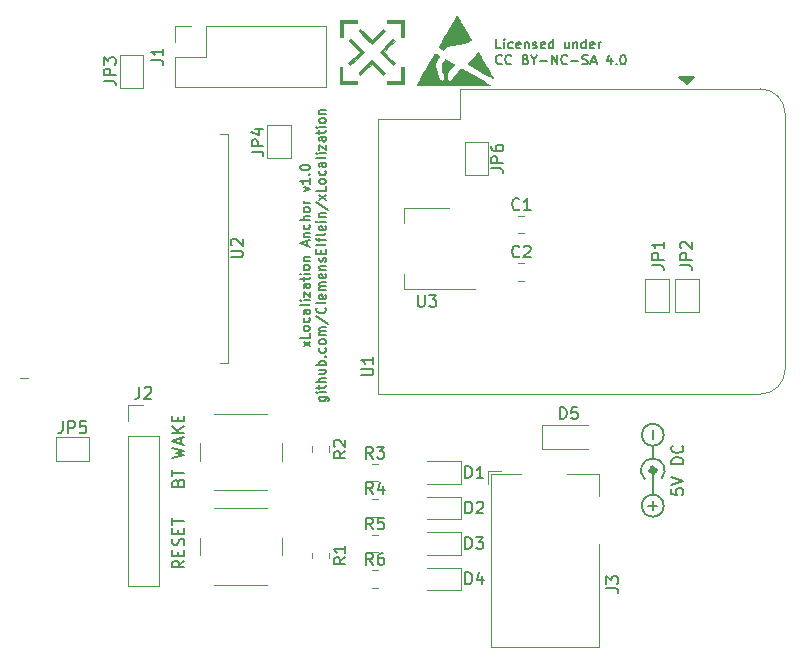
<source format=gbr>
%TF.GenerationSoftware,KiCad,Pcbnew,(5.1.10)-1*%
%TF.CreationDate,2021-11-06T01:00:33+01:00*%
%TF.ProjectId,xlAnchor,786c416e-6368-46f7-922e-6b696361645f,rev?*%
%TF.SameCoordinates,Original*%
%TF.FileFunction,Legend,Top*%
%TF.FilePolarity,Positive*%
%FSLAX46Y46*%
G04 Gerber Fmt 4.6, Leading zero omitted, Abs format (unit mm)*
G04 Created by KiCad (PCBNEW (5.1.10)-1) date 2021-11-06 01:00:33*
%MOMM*%
%LPD*%
G01*
G04 APERTURE LIST*
%ADD10C,0.150000*%
%ADD11C,0.010000*%
%ADD12C,0.500000*%
%ADD13C,0.120000*%
G04 APERTURE END LIST*
D10*
X140268928Y-19086904D02*
X139887976Y-19086904D01*
X139887976Y-18286904D01*
X140535595Y-19086904D02*
X140535595Y-18553571D01*
X140535595Y-18286904D02*
X140497500Y-18325000D01*
X140535595Y-18363095D01*
X140573690Y-18325000D01*
X140535595Y-18286904D01*
X140535595Y-18363095D01*
X141259404Y-19048809D02*
X141183214Y-19086904D01*
X141030833Y-19086904D01*
X140954642Y-19048809D01*
X140916547Y-19010714D01*
X140878452Y-18934523D01*
X140878452Y-18705952D01*
X140916547Y-18629761D01*
X140954642Y-18591666D01*
X141030833Y-18553571D01*
X141183214Y-18553571D01*
X141259404Y-18591666D01*
X141907023Y-19048809D02*
X141830833Y-19086904D01*
X141678452Y-19086904D01*
X141602261Y-19048809D01*
X141564166Y-18972619D01*
X141564166Y-18667857D01*
X141602261Y-18591666D01*
X141678452Y-18553571D01*
X141830833Y-18553571D01*
X141907023Y-18591666D01*
X141945119Y-18667857D01*
X141945119Y-18744047D01*
X141564166Y-18820238D01*
X142287976Y-18553571D02*
X142287976Y-19086904D01*
X142287976Y-18629761D02*
X142326071Y-18591666D01*
X142402261Y-18553571D01*
X142516547Y-18553571D01*
X142592738Y-18591666D01*
X142630833Y-18667857D01*
X142630833Y-19086904D01*
X142973690Y-19048809D02*
X143049880Y-19086904D01*
X143202261Y-19086904D01*
X143278452Y-19048809D01*
X143316547Y-18972619D01*
X143316547Y-18934523D01*
X143278452Y-18858333D01*
X143202261Y-18820238D01*
X143087976Y-18820238D01*
X143011785Y-18782142D01*
X142973690Y-18705952D01*
X142973690Y-18667857D01*
X143011785Y-18591666D01*
X143087976Y-18553571D01*
X143202261Y-18553571D01*
X143278452Y-18591666D01*
X143964166Y-19048809D02*
X143887976Y-19086904D01*
X143735595Y-19086904D01*
X143659404Y-19048809D01*
X143621309Y-18972619D01*
X143621309Y-18667857D01*
X143659404Y-18591666D01*
X143735595Y-18553571D01*
X143887976Y-18553571D01*
X143964166Y-18591666D01*
X144002261Y-18667857D01*
X144002261Y-18744047D01*
X143621309Y-18820238D01*
X144687976Y-19086904D02*
X144687976Y-18286904D01*
X144687976Y-19048809D02*
X144611785Y-19086904D01*
X144459404Y-19086904D01*
X144383214Y-19048809D01*
X144345119Y-19010714D01*
X144307023Y-18934523D01*
X144307023Y-18705952D01*
X144345119Y-18629761D01*
X144383214Y-18591666D01*
X144459404Y-18553571D01*
X144611785Y-18553571D01*
X144687976Y-18591666D01*
X146021309Y-18553571D02*
X146021309Y-19086904D01*
X145678452Y-18553571D02*
X145678452Y-18972619D01*
X145716547Y-19048809D01*
X145792738Y-19086904D01*
X145907023Y-19086904D01*
X145983214Y-19048809D01*
X146021309Y-19010714D01*
X146402261Y-18553571D02*
X146402261Y-19086904D01*
X146402261Y-18629761D02*
X146440357Y-18591666D01*
X146516547Y-18553571D01*
X146630833Y-18553571D01*
X146707023Y-18591666D01*
X146745119Y-18667857D01*
X146745119Y-19086904D01*
X147468928Y-19086904D02*
X147468928Y-18286904D01*
X147468928Y-19048809D02*
X147392738Y-19086904D01*
X147240357Y-19086904D01*
X147164166Y-19048809D01*
X147126071Y-19010714D01*
X147087976Y-18934523D01*
X147087976Y-18705952D01*
X147126071Y-18629761D01*
X147164166Y-18591666D01*
X147240357Y-18553571D01*
X147392738Y-18553571D01*
X147468928Y-18591666D01*
X148154642Y-19048809D02*
X148078452Y-19086904D01*
X147926071Y-19086904D01*
X147849880Y-19048809D01*
X147811785Y-18972619D01*
X147811785Y-18667857D01*
X147849880Y-18591666D01*
X147926071Y-18553571D01*
X148078452Y-18553571D01*
X148154642Y-18591666D01*
X148192738Y-18667857D01*
X148192738Y-18744047D01*
X147811785Y-18820238D01*
X148535595Y-19086904D02*
X148535595Y-18553571D01*
X148535595Y-18705952D02*
X148573690Y-18629761D01*
X148611785Y-18591666D01*
X148687976Y-18553571D01*
X148764166Y-18553571D01*
X140345119Y-20360714D02*
X140307023Y-20398809D01*
X140192738Y-20436904D01*
X140116547Y-20436904D01*
X140002261Y-20398809D01*
X139926071Y-20322619D01*
X139887976Y-20246428D01*
X139849880Y-20094047D01*
X139849880Y-19979761D01*
X139887976Y-19827380D01*
X139926071Y-19751190D01*
X140002261Y-19675000D01*
X140116547Y-19636904D01*
X140192738Y-19636904D01*
X140307023Y-19675000D01*
X140345119Y-19713095D01*
X141145119Y-20360714D02*
X141107023Y-20398809D01*
X140992738Y-20436904D01*
X140916547Y-20436904D01*
X140802261Y-20398809D01*
X140726071Y-20322619D01*
X140687976Y-20246428D01*
X140649880Y-20094047D01*
X140649880Y-19979761D01*
X140687976Y-19827380D01*
X140726071Y-19751190D01*
X140802261Y-19675000D01*
X140916547Y-19636904D01*
X140992738Y-19636904D01*
X141107023Y-19675000D01*
X141145119Y-19713095D01*
X142364166Y-20017857D02*
X142478452Y-20055952D01*
X142516547Y-20094047D01*
X142554642Y-20170238D01*
X142554642Y-20284523D01*
X142516547Y-20360714D01*
X142478452Y-20398809D01*
X142402261Y-20436904D01*
X142097500Y-20436904D01*
X142097500Y-19636904D01*
X142364166Y-19636904D01*
X142440357Y-19675000D01*
X142478452Y-19713095D01*
X142516547Y-19789285D01*
X142516547Y-19865476D01*
X142478452Y-19941666D01*
X142440357Y-19979761D01*
X142364166Y-20017857D01*
X142097500Y-20017857D01*
X143049880Y-20055952D02*
X143049880Y-20436904D01*
X142783214Y-19636904D02*
X143049880Y-20055952D01*
X143316547Y-19636904D01*
X143583214Y-20132142D02*
X144192738Y-20132142D01*
X144573690Y-20436904D02*
X144573690Y-19636904D01*
X145030833Y-20436904D01*
X145030833Y-19636904D01*
X145868928Y-20360714D02*
X145830833Y-20398809D01*
X145716547Y-20436904D01*
X145640357Y-20436904D01*
X145526071Y-20398809D01*
X145449880Y-20322619D01*
X145411785Y-20246428D01*
X145373690Y-20094047D01*
X145373690Y-19979761D01*
X145411785Y-19827380D01*
X145449880Y-19751190D01*
X145526071Y-19675000D01*
X145640357Y-19636904D01*
X145716547Y-19636904D01*
X145830833Y-19675000D01*
X145868928Y-19713095D01*
X146211785Y-20132142D02*
X146821309Y-20132142D01*
X147164166Y-20398809D02*
X147278452Y-20436904D01*
X147468928Y-20436904D01*
X147545119Y-20398809D01*
X147583214Y-20360714D01*
X147621309Y-20284523D01*
X147621309Y-20208333D01*
X147583214Y-20132142D01*
X147545119Y-20094047D01*
X147468928Y-20055952D01*
X147316547Y-20017857D01*
X147240357Y-19979761D01*
X147202261Y-19941666D01*
X147164166Y-19865476D01*
X147164166Y-19789285D01*
X147202261Y-19713095D01*
X147240357Y-19675000D01*
X147316547Y-19636904D01*
X147507023Y-19636904D01*
X147621309Y-19675000D01*
X147926071Y-20208333D02*
X148307023Y-20208333D01*
X147849880Y-20436904D02*
X148116547Y-19636904D01*
X148383214Y-20436904D01*
X149602261Y-19903571D02*
X149602261Y-20436904D01*
X149411785Y-19598809D02*
X149221309Y-20170238D01*
X149716547Y-20170238D01*
X150021309Y-20360714D02*
X150059404Y-20398809D01*
X150021309Y-20436904D01*
X149983214Y-20398809D01*
X150021309Y-20360714D01*
X150021309Y-20436904D01*
X150554642Y-19636904D02*
X150630833Y-19636904D01*
X150707023Y-19675000D01*
X150745119Y-19713095D01*
X150783214Y-19789285D01*
X150821309Y-19941666D01*
X150821309Y-20132142D01*
X150783214Y-20284523D01*
X150745119Y-20360714D01*
X150707023Y-20398809D01*
X150630833Y-20436904D01*
X150554642Y-20436904D01*
X150478452Y-20398809D01*
X150440357Y-20360714D01*
X150402261Y-20284523D01*
X150364166Y-20132142D01*
X150364166Y-19941666D01*
X150402261Y-19789285D01*
X150440357Y-19713095D01*
X150478452Y-19675000D01*
X150554642Y-19636904D01*
X124086904Y-44314285D02*
X123553571Y-43895238D01*
X123553571Y-44314285D02*
X124086904Y-43895238D01*
X124086904Y-43209523D02*
X124086904Y-43590476D01*
X123286904Y-43590476D01*
X124086904Y-42828571D02*
X124048809Y-42904761D01*
X124010714Y-42942857D01*
X123934523Y-42980952D01*
X123705952Y-42980952D01*
X123629761Y-42942857D01*
X123591666Y-42904761D01*
X123553571Y-42828571D01*
X123553571Y-42714285D01*
X123591666Y-42638095D01*
X123629761Y-42600000D01*
X123705952Y-42561904D01*
X123934523Y-42561904D01*
X124010714Y-42600000D01*
X124048809Y-42638095D01*
X124086904Y-42714285D01*
X124086904Y-42828571D01*
X124048809Y-41876190D02*
X124086904Y-41952380D01*
X124086904Y-42104761D01*
X124048809Y-42180952D01*
X124010714Y-42219047D01*
X123934523Y-42257142D01*
X123705952Y-42257142D01*
X123629761Y-42219047D01*
X123591666Y-42180952D01*
X123553571Y-42104761D01*
X123553571Y-41952380D01*
X123591666Y-41876190D01*
X124086904Y-41190476D02*
X123667857Y-41190476D01*
X123591666Y-41228571D01*
X123553571Y-41304761D01*
X123553571Y-41457142D01*
X123591666Y-41533333D01*
X124048809Y-41190476D02*
X124086904Y-41266666D01*
X124086904Y-41457142D01*
X124048809Y-41533333D01*
X123972619Y-41571428D01*
X123896428Y-41571428D01*
X123820238Y-41533333D01*
X123782142Y-41457142D01*
X123782142Y-41266666D01*
X123744047Y-41190476D01*
X124086904Y-40695238D02*
X124048809Y-40771428D01*
X123972619Y-40809523D01*
X123286904Y-40809523D01*
X124086904Y-40390476D02*
X123553571Y-40390476D01*
X123286904Y-40390476D02*
X123325000Y-40428571D01*
X123363095Y-40390476D01*
X123325000Y-40352380D01*
X123286904Y-40390476D01*
X123363095Y-40390476D01*
X123553571Y-40085714D02*
X123553571Y-39666666D01*
X124086904Y-40085714D01*
X124086904Y-39666666D01*
X124086904Y-39019047D02*
X123667857Y-39019047D01*
X123591666Y-39057142D01*
X123553571Y-39133333D01*
X123553571Y-39285714D01*
X123591666Y-39361904D01*
X124048809Y-39019047D02*
X124086904Y-39095238D01*
X124086904Y-39285714D01*
X124048809Y-39361904D01*
X123972619Y-39400000D01*
X123896428Y-39400000D01*
X123820238Y-39361904D01*
X123782142Y-39285714D01*
X123782142Y-39095238D01*
X123744047Y-39019047D01*
X123553571Y-38752380D02*
X123553571Y-38447619D01*
X123286904Y-38638095D02*
X123972619Y-38638095D01*
X124048809Y-38600000D01*
X124086904Y-38523809D01*
X124086904Y-38447619D01*
X124086904Y-38180952D02*
X123553571Y-38180952D01*
X123286904Y-38180952D02*
X123325000Y-38219047D01*
X123363095Y-38180952D01*
X123325000Y-38142857D01*
X123286904Y-38180952D01*
X123363095Y-38180952D01*
X124086904Y-37685714D02*
X124048809Y-37761904D01*
X124010714Y-37800000D01*
X123934523Y-37838095D01*
X123705952Y-37838095D01*
X123629761Y-37800000D01*
X123591666Y-37761904D01*
X123553571Y-37685714D01*
X123553571Y-37571428D01*
X123591666Y-37495238D01*
X123629761Y-37457142D01*
X123705952Y-37419047D01*
X123934523Y-37419047D01*
X124010714Y-37457142D01*
X124048809Y-37495238D01*
X124086904Y-37571428D01*
X124086904Y-37685714D01*
X123553571Y-37076190D02*
X124086904Y-37076190D01*
X123629761Y-37076190D02*
X123591666Y-37038095D01*
X123553571Y-36961904D01*
X123553571Y-36847619D01*
X123591666Y-36771428D01*
X123667857Y-36733333D01*
X124086904Y-36733333D01*
X123858333Y-35780952D02*
X123858333Y-35400000D01*
X124086904Y-35857142D02*
X123286904Y-35590476D01*
X124086904Y-35323809D01*
X123553571Y-35057142D02*
X124086904Y-35057142D01*
X123629761Y-35057142D02*
X123591666Y-35019047D01*
X123553571Y-34942857D01*
X123553571Y-34828571D01*
X123591666Y-34752380D01*
X123667857Y-34714285D01*
X124086904Y-34714285D01*
X124048809Y-33990476D02*
X124086904Y-34066666D01*
X124086904Y-34219047D01*
X124048809Y-34295238D01*
X124010714Y-34333333D01*
X123934523Y-34371428D01*
X123705952Y-34371428D01*
X123629761Y-34333333D01*
X123591666Y-34295238D01*
X123553571Y-34219047D01*
X123553571Y-34066666D01*
X123591666Y-33990476D01*
X124086904Y-33647619D02*
X123286904Y-33647619D01*
X124086904Y-33304761D02*
X123667857Y-33304761D01*
X123591666Y-33342857D01*
X123553571Y-33419047D01*
X123553571Y-33533333D01*
X123591666Y-33609523D01*
X123629761Y-33647619D01*
X124086904Y-32809523D02*
X124048809Y-32885714D01*
X124010714Y-32923809D01*
X123934523Y-32961904D01*
X123705952Y-32961904D01*
X123629761Y-32923809D01*
X123591666Y-32885714D01*
X123553571Y-32809523D01*
X123553571Y-32695238D01*
X123591666Y-32619047D01*
X123629761Y-32580952D01*
X123705952Y-32542857D01*
X123934523Y-32542857D01*
X124010714Y-32580952D01*
X124048809Y-32619047D01*
X124086904Y-32695238D01*
X124086904Y-32809523D01*
X124086904Y-32200000D02*
X123553571Y-32200000D01*
X123705952Y-32200000D02*
X123629761Y-32161904D01*
X123591666Y-32123809D01*
X123553571Y-32047619D01*
X123553571Y-31971428D01*
X123553571Y-31171428D02*
X124086904Y-30980952D01*
X123553571Y-30790476D01*
X124086904Y-30066666D02*
X124086904Y-30523809D01*
X124086904Y-30295238D02*
X123286904Y-30295238D01*
X123401190Y-30371428D01*
X123477380Y-30447619D01*
X123515476Y-30523809D01*
X124010714Y-29723809D02*
X124048809Y-29685714D01*
X124086904Y-29723809D01*
X124048809Y-29761904D01*
X124010714Y-29723809D01*
X124086904Y-29723809D01*
X123286904Y-29190476D02*
X123286904Y-29114285D01*
X123325000Y-29038095D01*
X123363095Y-29000000D01*
X123439285Y-28961904D01*
X123591666Y-28923809D01*
X123782142Y-28923809D01*
X123934523Y-28961904D01*
X124010714Y-29000000D01*
X124048809Y-29038095D01*
X124086904Y-29114285D01*
X124086904Y-29190476D01*
X124048809Y-29266666D01*
X124010714Y-29304761D01*
X123934523Y-29342857D01*
X123782142Y-29380952D01*
X123591666Y-29380952D01*
X123439285Y-29342857D01*
X123363095Y-29304761D01*
X123325000Y-29266666D01*
X123286904Y-29190476D01*
X124903571Y-48561904D02*
X125551190Y-48561904D01*
X125627380Y-48600000D01*
X125665476Y-48638095D01*
X125703571Y-48714285D01*
X125703571Y-48828571D01*
X125665476Y-48904761D01*
X125398809Y-48561904D02*
X125436904Y-48638095D01*
X125436904Y-48790476D01*
X125398809Y-48866666D01*
X125360714Y-48904761D01*
X125284523Y-48942857D01*
X125055952Y-48942857D01*
X124979761Y-48904761D01*
X124941666Y-48866666D01*
X124903571Y-48790476D01*
X124903571Y-48638095D01*
X124941666Y-48561904D01*
X125436904Y-48180952D02*
X124903571Y-48180952D01*
X124636904Y-48180952D02*
X124675000Y-48219047D01*
X124713095Y-48180952D01*
X124675000Y-48142857D01*
X124636904Y-48180952D01*
X124713095Y-48180952D01*
X124903571Y-47914285D02*
X124903571Y-47609523D01*
X124636904Y-47800000D02*
X125322619Y-47800000D01*
X125398809Y-47761904D01*
X125436904Y-47685714D01*
X125436904Y-47609523D01*
X125436904Y-47342857D02*
X124636904Y-47342857D01*
X125436904Y-47000000D02*
X125017857Y-47000000D01*
X124941666Y-47038095D01*
X124903571Y-47114285D01*
X124903571Y-47228571D01*
X124941666Y-47304761D01*
X124979761Y-47342857D01*
X124903571Y-46276190D02*
X125436904Y-46276190D01*
X124903571Y-46619047D02*
X125322619Y-46619047D01*
X125398809Y-46580952D01*
X125436904Y-46504761D01*
X125436904Y-46390476D01*
X125398809Y-46314285D01*
X125360714Y-46276190D01*
X125436904Y-45895238D02*
X124636904Y-45895238D01*
X124941666Y-45895238D02*
X124903571Y-45819047D01*
X124903571Y-45666666D01*
X124941666Y-45590476D01*
X124979761Y-45552380D01*
X125055952Y-45514285D01*
X125284523Y-45514285D01*
X125360714Y-45552380D01*
X125398809Y-45590476D01*
X125436904Y-45666666D01*
X125436904Y-45819047D01*
X125398809Y-45895238D01*
X125360714Y-45171428D02*
X125398809Y-45133333D01*
X125436904Y-45171428D01*
X125398809Y-45209523D01*
X125360714Y-45171428D01*
X125436904Y-45171428D01*
X125398809Y-44447619D02*
X125436904Y-44523809D01*
X125436904Y-44676190D01*
X125398809Y-44752380D01*
X125360714Y-44790476D01*
X125284523Y-44828571D01*
X125055952Y-44828571D01*
X124979761Y-44790476D01*
X124941666Y-44752380D01*
X124903571Y-44676190D01*
X124903571Y-44523809D01*
X124941666Y-44447619D01*
X125436904Y-43990476D02*
X125398809Y-44066666D01*
X125360714Y-44104761D01*
X125284523Y-44142857D01*
X125055952Y-44142857D01*
X124979761Y-44104761D01*
X124941666Y-44066666D01*
X124903571Y-43990476D01*
X124903571Y-43876190D01*
X124941666Y-43800000D01*
X124979761Y-43761904D01*
X125055952Y-43723809D01*
X125284523Y-43723809D01*
X125360714Y-43761904D01*
X125398809Y-43800000D01*
X125436904Y-43876190D01*
X125436904Y-43990476D01*
X125436904Y-43380952D02*
X124903571Y-43380952D01*
X124979761Y-43380952D02*
X124941666Y-43342857D01*
X124903571Y-43266666D01*
X124903571Y-43152380D01*
X124941666Y-43076190D01*
X125017857Y-43038095D01*
X125436904Y-43038095D01*
X125017857Y-43038095D02*
X124941666Y-43000000D01*
X124903571Y-42923809D01*
X124903571Y-42809523D01*
X124941666Y-42733333D01*
X125017857Y-42695238D01*
X125436904Y-42695238D01*
X124598809Y-41742857D02*
X125627380Y-42428571D01*
X125360714Y-41019047D02*
X125398809Y-41057142D01*
X125436904Y-41171428D01*
X125436904Y-41247619D01*
X125398809Y-41361904D01*
X125322619Y-41438095D01*
X125246428Y-41476190D01*
X125094047Y-41514285D01*
X124979761Y-41514285D01*
X124827380Y-41476190D01*
X124751190Y-41438095D01*
X124675000Y-41361904D01*
X124636904Y-41247619D01*
X124636904Y-41171428D01*
X124675000Y-41057142D01*
X124713095Y-41019047D01*
X125436904Y-40561904D02*
X125398809Y-40638095D01*
X125322619Y-40676190D01*
X124636904Y-40676190D01*
X125398809Y-39952380D02*
X125436904Y-40028571D01*
X125436904Y-40180952D01*
X125398809Y-40257142D01*
X125322619Y-40295238D01*
X125017857Y-40295238D01*
X124941666Y-40257142D01*
X124903571Y-40180952D01*
X124903571Y-40028571D01*
X124941666Y-39952380D01*
X125017857Y-39914285D01*
X125094047Y-39914285D01*
X125170238Y-40295238D01*
X125436904Y-39571428D02*
X124903571Y-39571428D01*
X124979761Y-39571428D02*
X124941666Y-39533333D01*
X124903571Y-39457142D01*
X124903571Y-39342857D01*
X124941666Y-39266666D01*
X125017857Y-39228571D01*
X125436904Y-39228571D01*
X125017857Y-39228571D02*
X124941666Y-39190476D01*
X124903571Y-39114285D01*
X124903571Y-39000000D01*
X124941666Y-38923809D01*
X125017857Y-38885714D01*
X125436904Y-38885714D01*
X125398809Y-38200000D02*
X125436904Y-38276190D01*
X125436904Y-38428571D01*
X125398809Y-38504761D01*
X125322619Y-38542857D01*
X125017857Y-38542857D01*
X124941666Y-38504761D01*
X124903571Y-38428571D01*
X124903571Y-38276190D01*
X124941666Y-38200000D01*
X125017857Y-38161904D01*
X125094047Y-38161904D01*
X125170238Y-38542857D01*
X124903571Y-37819047D02*
X125436904Y-37819047D01*
X124979761Y-37819047D02*
X124941666Y-37780952D01*
X124903571Y-37704761D01*
X124903571Y-37590476D01*
X124941666Y-37514285D01*
X125017857Y-37476190D01*
X125436904Y-37476190D01*
X125398809Y-37133333D02*
X125436904Y-37057142D01*
X125436904Y-36904761D01*
X125398809Y-36828571D01*
X125322619Y-36790476D01*
X125284523Y-36790476D01*
X125208333Y-36828571D01*
X125170238Y-36904761D01*
X125170238Y-37019047D01*
X125132142Y-37095238D01*
X125055952Y-37133333D01*
X125017857Y-37133333D01*
X124941666Y-37095238D01*
X124903571Y-37019047D01*
X124903571Y-36904761D01*
X124941666Y-36828571D01*
X125017857Y-36447619D02*
X125017857Y-36180952D01*
X125436904Y-36066666D02*
X125436904Y-36447619D01*
X124636904Y-36447619D01*
X124636904Y-36066666D01*
X125436904Y-35609523D02*
X125398809Y-35685714D01*
X125322619Y-35723809D01*
X124636904Y-35723809D01*
X124903571Y-35419047D02*
X124903571Y-35114285D01*
X125436904Y-35304761D02*
X124751190Y-35304761D01*
X124675000Y-35266666D01*
X124636904Y-35190476D01*
X124636904Y-35114285D01*
X125436904Y-34733333D02*
X125398809Y-34809523D01*
X125322619Y-34847619D01*
X124636904Y-34847619D01*
X125398809Y-34123809D02*
X125436904Y-34200000D01*
X125436904Y-34352380D01*
X125398809Y-34428571D01*
X125322619Y-34466666D01*
X125017857Y-34466666D01*
X124941666Y-34428571D01*
X124903571Y-34352380D01*
X124903571Y-34200000D01*
X124941666Y-34123809D01*
X125017857Y-34085714D01*
X125094047Y-34085714D01*
X125170238Y-34466666D01*
X125436904Y-33742857D02*
X124903571Y-33742857D01*
X124636904Y-33742857D02*
X124675000Y-33780952D01*
X124713095Y-33742857D01*
X124675000Y-33704761D01*
X124636904Y-33742857D01*
X124713095Y-33742857D01*
X124903571Y-33361904D02*
X125436904Y-33361904D01*
X124979761Y-33361904D02*
X124941666Y-33323809D01*
X124903571Y-33247619D01*
X124903571Y-33133333D01*
X124941666Y-33057142D01*
X125017857Y-33019047D01*
X125436904Y-33019047D01*
X124598809Y-32066666D02*
X125627380Y-32752380D01*
X125436904Y-31876190D02*
X124903571Y-31457142D01*
X124903571Y-31876190D02*
X125436904Y-31457142D01*
X125436904Y-30771428D02*
X125436904Y-31152380D01*
X124636904Y-31152380D01*
X125436904Y-30390476D02*
X125398809Y-30466666D01*
X125360714Y-30504761D01*
X125284523Y-30542857D01*
X125055952Y-30542857D01*
X124979761Y-30504761D01*
X124941666Y-30466666D01*
X124903571Y-30390476D01*
X124903571Y-30276190D01*
X124941666Y-30200000D01*
X124979761Y-30161904D01*
X125055952Y-30123809D01*
X125284523Y-30123809D01*
X125360714Y-30161904D01*
X125398809Y-30200000D01*
X125436904Y-30276190D01*
X125436904Y-30390476D01*
X125398809Y-29438095D02*
X125436904Y-29514285D01*
X125436904Y-29666666D01*
X125398809Y-29742857D01*
X125360714Y-29780952D01*
X125284523Y-29819047D01*
X125055952Y-29819047D01*
X124979761Y-29780952D01*
X124941666Y-29742857D01*
X124903571Y-29666666D01*
X124903571Y-29514285D01*
X124941666Y-29438095D01*
X125436904Y-28752380D02*
X125017857Y-28752380D01*
X124941666Y-28790476D01*
X124903571Y-28866666D01*
X124903571Y-29019047D01*
X124941666Y-29095238D01*
X125398809Y-28752380D02*
X125436904Y-28828571D01*
X125436904Y-29019047D01*
X125398809Y-29095238D01*
X125322619Y-29133333D01*
X125246428Y-29133333D01*
X125170238Y-29095238D01*
X125132142Y-29019047D01*
X125132142Y-28828571D01*
X125094047Y-28752380D01*
X125436904Y-28257142D02*
X125398809Y-28333333D01*
X125322619Y-28371428D01*
X124636904Y-28371428D01*
X125436904Y-27952380D02*
X124903571Y-27952380D01*
X124636904Y-27952380D02*
X124675000Y-27990476D01*
X124713095Y-27952380D01*
X124675000Y-27914285D01*
X124636904Y-27952380D01*
X124713095Y-27952380D01*
X124903571Y-27647619D02*
X124903571Y-27228571D01*
X125436904Y-27647619D01*
X125436904Y-27228571D01*
X125436904Y-26580952D02*
X125017857Y-26580952D01*
X124941666Y-26619047D01*
X124903571Y-26695238D01*
X124903571Y-26847619D01*
X124941666Y-26923809D01*
X125398809Y-26580952D02*
X125436904Y-26657142D01*
X125436904Y-26847619D01*
X125398809Y-26923809D01*
X125322619Y-26961904D01*
X125246428Y-26961904D01*
X125170238Y-26923809D01*
X125132142Y-26847619D01*
X125132142Y-26657142D01*
X125094047Y-26580952D01*
X124903571Y-26314285D02*
X124903571Y-26009523D01*
X124636904Y-26200000D02*
X125322619Y-26200000D01*
X125398809Y-26161904D01*
X125436904Y-26085714D01*
X125436904Y-26009523D01*
X125436904Y-25742857D02*
X124903571Y-25742857D01*
X124636904Y-25742857D02*
X124675000Y-25780952D01*
X124713095Y-25742857D01*
X124675000Y-25704761D01*
X124636904Y-25742857D01*
X124713095Y-25742857D01*
X125436904Y-25247619D02*
X125398809Y-25323809D01*
X125360714Y-25361904D01*
X125284523Y-25400000D01*
X125055952Y-25400000D01*
X124979761Y-25361904D01*
X124941666Y-25323809D01*
X124903571Y-25247619D01*
X124903571Y-25133333D01*
X124941666Y-25057142D01*
X124979761Y-25019047D01*
X125055952Y-24980952D01*
X125284523Y-24980952D01*
X125360714Y-25019047D01*
X125398809Y-25057142D01*
X125436904Y-25133333D01*
X125436904Y-25247619D01*
X124903571Y-24638095D02*
X125436904Y-24638095D01*
X124979761Y-24638095D02*
X124941666Y-24600000D01*
X124903571Y-24523809D01*
X124903571Y-24409523D01*
X124941666Y-24333333D01*
X125017857Y-24295238D01*
X125436904Y-24295238D01*
X154702380Y-56371428D02*
X154702380Y-56847619D01*
X155178571Y-56895238D01*
X155130952Y-56847619D01*
X155083333Y-56752380D01*
X155083333Y-56514285D01*
X155130952Y-56419047D01*
X155178571Y-56371428D01*
X155273809Y-56323809D01*
X155511904Y-56323809D01*
X155607142Y-56371428D01*
X155654761Y-56419047D01*
X155702380Y-56514285D01*
X155702380Y-56752380D01*
X155654761Y-56847619D01*
X155607142Y-56895238D01*
X154702380Y-56038095D02*
X155702380Y-55704761D01*
X154702380Y-55371428D01*
X155702380Y-54276190D02*
X154702380Y-54276190D01*
X154702380Y-54038095D01*
X154750000Y-53895238D01*
X154845238Y-53800000D01*
X154940476Y-53752380D01*
X155130952Y-53704761D01*
X155273809Y-53704761D01*
X155464285Y-53752380D01*
X155559523Y-53800000D01*
X155654761Y-53895238D01*
X155702380Y-54038095D01*
X155702380Y-54276190D01*
X155607142Y-52704761D02*
X155654761Y-52752380D01*
X155702380Y-52895238D01*
X155702380Y-52990476D01*
X155654761Y-53133333D01*
X155559523Y-53228571D01*
X155464285Y-53276190D01*
X155273809Y-53323809D01*
X155130952Y-53323809D01*
X154940476Y-53276190D01*
X154845238Y-53228571D01*
X154750000Y-53133333D01*
X154702380Y-52990476D01*
X154702380Y-52895238D01*
X154750000Y-52752380D01*
X154797619Y-52704761D01*
X152744047Y-57821428D02*
X153505952Y-57821428D01*
X153125000Y-58202380D02*
X153125000Y-57440476D01*
X153121428Y-52180952D02*
X153121428Y-51419047D01*
X113452380Y-62452380D02*
X112976190Y-62785714D01*
X113452380Y-63023809D02*
X112452380Y-63023809D01*
X112452380Y-62642857D01*
X112500000Y-62547619D01*
X112547619Y-62500000D01*
X112642857Y-62452380D01*
X112785714Y-62452380D01*
X112880952Y-62500000D01*
X112928571Y-62547619D01*
X112976190Y-62642857D01*
X112976190Y-63023809D01*
X112928571Y-62023809D02*
X112928571Y-61690476D01*
X113452380Y-61547619D02*
X113452380Y-62023809D01*
X112452380Y-62023809D01*
X112452380Y-61547619D01*
X113404761Y-61166666D02*
X113452380Y-61023809D01*
X113452380Y-60785714D01*
X113404761Y-60690476D01*
X113357142Y-60642857D01*
X113261904Y-60595238D01*
X113166666Y-60595238D01*
X113071428Y-60642857D01*
X113023809Y-60690476D01*
X112976190Y-60785714D01*
X112928571Y-60976190D01*
X112880952Y-61071428D01*
X112833333Y-61119047D01*
X112738095Y-61166666D01*
X112642857Y-61166666D01*
X112547619Y-61119047D01*
X112500000Y-61071428D01*
X112452380Y-60976190D01*
X112452380Y-60738095D01*
X112500000Y-60595238D01*
X112928571Y-60166666D02*
X112928571Y-59833333D01*
X113452380Y-59690476D02*
X113452380Y-60166666D01*
X112452380Y-60166666D01*
X112452380Y-59690476D01*
X112452380Y-59404761D02*
X112452380Y-58833333D01*
X113452380Y-59119047D02*
X112452380Y-59119047D01*
X112928571Y-55842857D02*
X112976190Y-55700000D01*
X113023809Y-55652380D01*
X113119047Y-55604761D01*
X113261904Y-55604761D01*
X113357142Y-55652380D01*
X113404761Y-55700000D01*
X113452380Y-55795238D01*
X113452380Y-56176190D01*
X112452380Y-56176190D01*
X112452380Y-55842857D01*
X112500000Y-55747619D01*
X112547619Y-55700000D01*
X112642857Y-55652380D01*
X112738095Y-55652380D01*
X112833333Y-55700000D01*
X112880952Y-55747619D01*
X112928571Y-55842857D01*
X112928571Y-56176190D01*
X112452380Y-55319047D02*
X112452380Y-54747619D01*
X113452380Y-55033333D02*
X112452380Y-55033333D01*
X112452380Y-53747619D02*
X113452380Y-53509523D01*
X112738095Y-53319047D01*
X113452380Y-53128571D01*
X112452380Y-52890476D01*
X113166666Y-52557142D02*
X113166666Y-52080952D01*
X113452380Y-52652380D02*
X112452380Y-52319047D01*
X113452380Y-51985714D01*
X113452380Y-51652380D02*
X112452380Y-51652380D01*
X113452380Y-51080952D02*
X112880952Y-51509523D01*
X112452380Y-51080952D02*
X113023809Y-51652380D01*
X112928571Y-50652380D02*
X112928571Y-50319047D01*
X113452380Y-50176190D02*
X113452380Y-50652380D01*
X112452380Y-50652380D01*
X112452380Y-50176190D01*
D11*
%TO.C,REF\u002A\u002A*%
G36*
X136539043Y-16310835D02*
G01*
X136562065Y-16348245D01*
X136597534Y-16407514D01*
X136643996Y-16486118D01*
X136699996Y-16581538D01*
X136764081Y-16691250D01*
X136834796Y-16812734D01*
X136910687Y-16943468D01*
X136990299Y-17080930D01*
X137072178Y-17222598D01*
X137154870Y-17365951D01*
X137236921Y-17508467D01*
X137316876Y-17647624D01*
X137393281Y-17780901D01*
X137464682Y-17905776D01*
X137529624Y-18019727D01*
X137586653Y-18120233D01*
X137634315Y-18204772D01*
X137671155Y-18270822D01*
X137695720Y-18315862D01*
X137706554Y-18337370D01*
X137706951Y-18338714D01*
X137693501Y-18356965D01*
X137656114Y-18384882D01*
X137599235Y-18419725D01*
X137527312Y-18458754D01*
X137452015Y-18495843D01*
X137349560Y-18540817D01*
X137241817Y-18581226D01*
X137125073Y-18617969D01*
X136995618Y-18651942D01*
X136849740Y-18684044D01*
X136683726Y-18715173D01*
X136493866Y-18746227D01*
X136297469Y-18775145D01*
X136126834Y-18800800D01*
X135983545Y-18826198D01*
X135864008Y-18852602D01*
X135764630Y-18881273D01*
X135681818Y-18913473D01*
X135611978Y-18950465D01*
X135551518Y-18993512D01*
X135496845Y-19043875D01*
X135479214Y-19062583D01*
X135441000Y-19106139D01*
X135412732Y-19141682D01*
X135399618Y-19162583D01*
X135399268Y-19164297D01*
X135394680Y-19174806D01*
X135378758Y-19174924D01*
X135348266Y-19163254D01*
X135299968Y-19138396D01*
X135230627Y-19098952D01*
X135182439Y-19070587D01*
X135110583Y-19026247D01*
X135054742Y-18988279D01*
X135018667Y-18959416D01*
X135006113Y-18942388D01*
X135006121Y-18942264D01*
X135013906Y-18926037D01*
X135035892Y-18885400D01*
X135070803Y-18822567D01*
X135117363Y-18739752D01*
X135174295Y-18639172D01*
X135240323Y-18523040D01*
X135314172Y-18393571D01*
X135394564Y-18252980D01*
X135480224Y-18103482D01*
X135569876Y-17947292D01*
X135662243Y-17786624D01*
X135756049Y-17623693D01*
X135850018Y-17460713D01*
X135942874Y-17299900D01*
X136033340Y-17143468D01*
X136120141Y-16993633D01*
X136202000Y-16852608D01*
X136277641Y-16722609D01*
X136345787Y-16605849D01*
X136405163Y-16504545D01*
X136454493Y-16420911D01*
X136492500Y-16357162D01*
X136517907Y-16315511D01*
X136529440Y-16298175D01*
X136529923Y-16297805D01*
X136539043Y-16310835D01*
G37*
X136539043Y-16310835D02*
X136562065Y-16348245D01*
X136597534Y-16407514D01*
X136643996Y-16486118D01*
X136699996Y-16581538D01*
X136764081Y-16691250D01*
X136834796Y-16812734D01*
X136910687Y-16943468D01*
X136990299Y-17080930D01*
X137072178Y-17222598D01*
X137154870Y-17365951D01*
X137236921Y-17508467D01*
X137316876Y-17647624D01*
X137393281Y-17780901D01*
X137464682Y-17905776D01*
X137529624Y-18019727D01*
X137586653Y-18120233D01*
X137634315Y-18204772D01*
X137671155Y-18270822D01*
X137695720Y-18315862D01*
X137706554Y-18337370D01*
X137706951Y-18338714D01*
X137693501Y-18356965D01*
X137656114Y-18384882D01*
X137599235Y-18419725D01*
X137527312Y-18458754D01*
X137452015Y-18495843D01*
X137349560Y-18540817D01*
X137241817Y-18581226D01*
X137125073Y-18617969D01*
X136995618Y-18651942D01*
X136849740Y-18684044D01*
X136683726Y-18715173D01*
X136493866Y-18746227D01*
X136297469Y-18775145D01*
X136126834Y-18800800D01*
X135983545Y-18826198D01*
X135864008Y-18852602D01*
X135764630Y-18881273D01*
X135681818Y-18913473D01*
X135611978Y-18950465D01*
X135551518Y-18993512D01*
X135496845Y-19043875D01*
X135479214Y-19062583D01*
X135441000Y-19106139D01*
X135412732Y-19141682D01*
X135399618Y-19162583D01*
X135399268Y-19164297D01*
X135394680Y-19174806D01*
X135378758Y-19174924D01*
X135348266Y-19163254D01*
X135299968Y-19138396D01*
X135230627Y-19098952D01*
X135182439Y-19070587D01*
X135110583Y-19026247D01*
X135054742Y-18988279D01*
X135018667Y-18959416D01*
X135006113Y-18942388D01*
X135006121Y-18942264D01*
X135013906Y-18926037D01*
X135035892Y-18885400D01*
X135070803Y-18822567D01*
X135117363Y-18739752D01*
X135174295Y-18639172D01*
X135240323Y-18523040D01*
X135314172Y-18393571D01*
X135394564Y-18252980D01*
X135480224Y-18103482D01*
X135569876Y-17947292D01*
X135662243Y-17786624D01*
X135756049Y-17623693D01*
X135850018Y-17460713D01*
X135942874Y-17299900D01*
X136033340Y-17143468D01*
X136120141Y-16993633D01*
X136202000Y-16852608D01*
X136277641Y-16722609D01*
X136345787Y-16605849D01*
X136405163Y-16504545D01*
X136454493Y-16420911D01*
X136492500Y-16357162D01*
X136517907Y-16315511D01*
X136529440Y-16298175D01*
X136529923Y-16297805D01*
X136539043Y-16310835D01*
G36*
X138362528Y-19459619D02*
G01*
X138373908Y-19478693D01*
X138399488Y-19522421D01*
X138438002Y-19588619D01*
X138488186Y-19675102D01*
X138548775Y-19779685D01*
X138618503Y-19900183D01*
X138696107Y-20034412D01*
X138780320Y-20180187D01*
X138869879Y-20335323D01*
X138961998Y-20495000D01*
X139056076Y-20658117D01*
X139146402Y-20814709D01*
X139231665Y-20962506D01*
X139310557Y-21099240D01*
X139381769Y-21222642D01*
X139443991Y-21330444D01*
X139495913Y-21420377D01*
X139536228Y-21490173D01*
X139563624Y-21537564D01*
X139576507Y-21559786D01*
X139597507Y-21597330D01*
X139608925Y-21620831D01*
X139609551Y-21624920D01*
X139595636Y-21617242D01*
X139556941Y-21595203D01*
X139495487Y-21559971D01*
X139413298Y-21512711D01*
X139312396Y-21454589D01*
X139194805Y-21386771D01*
X139062546Y-21310424D01*
X138917642Y-21226714D01*
X138762117Y-21136806D01*
X138597992Y-21041867D01*
X138535549Y-21005732D01*
X138368487Y-20909083D01*
X138209074Y-20816938D01*
X138059355Y-20730475D01*
X137921376Y-20650871D01*
X137797185Y-20579305D01*
X137688827Y-20516955D01*
X137598348Y-20464998D01*
X137527796Y-20424613D01*
X137479215Y-20396978D01*
X137454654Y-20383272D01*
X137452085Y-20381974D01*
X137459569Y-20370220D01*
X137485614Y-20338795D01*
X137527559Y-20290594D01*
X137582746Y-20228510D01*
X137648517Y-20155439D01*
X137722212Y-20074276D01*
X137801173Y-19987916D01*
X137882740Y-19899253D01*
X137964254Y-19811182D01*
X138043057Y-19726599D01*
X138116490Y-19648397D01*
X138181893Y-19579472D01*
X138236608Y-19522719D01*
X138277977Y-19481032D01*
X138292164Y-19467363D01*
X138339180Y-19423201D01*
X138362528Y-19459619D01*
G37*
X138362528Y-19459619D02*
X138373908Y-19478693D01*
X138399488Y-19522421D01*
X138438002Y-19588619D01*
X138488186Y-19675102D01*
X138548775Y-19779685D01*
X138618503Y-19900183D01*
X138696107Y-20034412D01*
X138780320Y-20180187D01*
X138869879Y-20335323D01*
X138961998Y-20495000D01*
X139056076Y-20658117D01*
X139146402Y-20814709D01*
X139231665Y-20962506D01*
X139310557Y-21099240D01*
X139381769Y-21222642D01*
X139443991Y-21330444D01*
X139495913Y-21420377D01*
X139536228Y-21490173D01*
X139563624Y-21537564D01*
X139576507Y-21559786D01*
X139597507Y-21597330D01*
X139608925Y-21620831D01*
X139609551Y-21624920D01*
X139595636Y-21617242D01*
X139556941Y-21595203D01*
X139495487Y-21559971D01*
X139413298Y-21512711D01*
X139312396Y-21454589D01*
X139194805Y-21386771D01*
X139062546Y-21310424D01*
X138917642Y-21226714D01*
X138762117Y-21136806D01*
X138597992Y-21041867D01*
X138535549Y-21005732D01*
X138368487Y-20909083D01*
X138209074Y-20816938D01*
X138059355Y-20730475D01*
X137921376Y-20650871D01*
X137797185Y-20579305D01*
X137688827Y-20516955D01*
X137598348Y-20464998D01*
X137527796Y-20424613D01*
X137479215Y-20396978D01*
X137454654Y-20383272D01*
X137452085Y-20381974D01*
X137459569Y-20370220D01*
X137485614Y-20338795D01*
X137527559Y-20290594D01*
X137582746Y-20228510D01*
X137648517Y-20155439D01*
X137722212Y-20074276D01*
X137801173Y-19987916D01*
X137882740Y-19899253D01*
X137964254Y-19811182D01*
X138043057Y-19726599D01*
X138116490Y-19648397D01*
X138181893Y-19579472D01*
X138236608Y-19522719D01*
X138277977Y-19481032D01*
X138292164Y-19467363D01*
X138339180Y-19423201D01*
X138362528Y-19459619D01*
G36*
X134697094Y-19516158D02*
G01*
X134729619Y-19528736D01*
X134779193Y-19553712D01*
X134850374Y-19592876D01*
X134855916Y-19595988D01*
X134921474Y-19633476D01*
X134976798Y-19666319D01*
X135016455Y-19691205D01*
X135035012Y-19704820D01*
X135035531Y-19705487D01*
X135031048Y-19724390D01*
X135010486Y-19766605D01*
X134975183Y-19829832D01*
X134926480Y-19911772D01*
X134865718Y-20010122D01*
X134794236Y-20122585D01*
X134776445Y-20150165D01*
X134730093Y-20226699D01*
X134696342Y-20292556D01*
X134678153Y-20341782D01*
X134676286Y-20351507D01*
X134677115Y-20394312D01*
X134686394Y-20462209D01*
X134702968Y-20550843D01*
X134725680Y-20655859D01*
X134753373Y-20772902D01*
X134784890Y-20897616D01*
X134819075Y-21025645D01*
X134854771Y-21152634D01*
X134890821Y-21274228D01*
X134926068Y-21386072D01*
X134959356Y-21483810D01*
X134989528Y-21563087D01*
X135010561Y-21610122D01*
X135035337Y-21660225D01*
X135058730Y-21708168D01*
X135059997Y-21710793D01*
X135098699Y-21759220D01*
X135155184Y-21791828D01*
X135220939Y-21807454D01*
X135287451Y-21804937D01*
X135346205Y-21783114D01*
X135379258Y-21754382D01*
X135426859Y-21675583D01*
X135461739Y-21577378D01*
X135480877Y-21469779D01*
X135483588Y-21408780D01*
X135472670Y-21294935D01*
X135440624Y-21200660D01*
X135385726Y-21121379D01*
X135368607Y-21103733D01*
X135317661Y-21054235D01*
X135314163Y-20704362D01*
X135310664Y-20354489D01*
X135399818Y-20219531D01*
X135441654Y-20158445D01*
X135481945Y-20103493D01*
X135514943Y-20062336D01*
X135529126Y-20047192D01*
X135569281Y-20009810D01*
X135623665Y-20039098D01*
X135658039Y-20060084D01*
X135676846Y-20076378D01*
X135678049Y-20079307D01*
X135690903Y-20091728D01*
X135712896Y-20100977D01*
X135734150Y-20109313D01*
X135766694Y-20125149D01*
X135813322Y-20150033D01*
X135876829Y-20185509D01*
X135960008Y-20233123D01*
X136065653Y-20294422D01*
X136123062Y-20327932D01*
X136190594Y-20368071D01*
X136234885Y-20396659D01*
X136259855Y-20417039D01*
X136269423Y-20432553D01*
X136267508Y-20446546D01*
X136265911Y-20449796D01*
X136250376Y-20470266D01*
X136217136Y-20508665D01*
X136170062Y-20560696D01*
X136113028Y-20622066D01*
X136063700Y-20674090D01*
X135950030Y-20797567D01*
X135861105Y-20904591D01*
X135796134Y-20996240D01*
X135754321Y-21073588D01*
X135740217Y-21112866D01*
X135734392Y-21147249D01*
X135728375Y-21205899D01*
X135722696Y-21282117D01*
X135717884Y-21369202D01*
X135715619Y-21424268D01*
X135712459Y-21519464D01*
X135711069Y-21589062D01*
X135711858Y-21638409D01*
X135715235Y-21672854D01*
X135721608Y-21697743D01*
X135731387Y-21718425D01*
X135739067Y-21731053D01*
X135783421Y-21779726D01*
X135840574Y-21813645D01*
X135900708Y-21828438D01*
X135945773Y-21823086D01*
X135986576Y-21799930D01*
X136037724Y-21758462D01*
X136092042Y-21705912D01*
X136142357Y-21649516D01*
X136181494Y-21596505D01*
X136195905Y-21570889D01*
X136217491Y-21535814D01*
X136256753Y-21482389D01*
X136310102Y-21414789D01*
X136373952Y-21337190D01*
X136444715Y-21253768D01*
X136518804Y-21168698D01*
X136592632Y-21086155D01*
X136662611Y-21010316D01*
X136725155Y-20945356D01*
X136774260Y-20897669D01*
X136828779Y-20850032D01*
X136874642Y-20814908D01*
X136906811Y-20795949D01*
X136917489Y-20793864D01*
X136933853Y-20802274D01*
X136974671Y-20824846D01*
X137037586Y-20860224D01*
X137120244Y-20907054D01*
X137220289Y-20963981D01*
X137335366Y-21029649D01*
X137463119Y-21102703D01*
X137601194Y-21181788D01*
X137747234Y-21265548D01*
X137898884Y-21352629D01*
X138053790Y-21441676D01*
X138209595Y-21531332D01*
X138363944Y-21620243D01*
X138514482Y-21707054D01*
X138658854Y-21790409D01*
X138794704Y-21868954D01*
X138919677Y-21941333D01*
X139031417Y-22006190D01*
X139127570Y-22062171D01*
X139205779Y-22107920D01*
X139263689Y-22142083D01*
X139298946Y-22163304D01*
X139309165Y-22169963D01*
X139295402Y-22171280D01*
X139252104Y-22172559D01*
X139180714Y-22173796D01*
X139082673Y-22174983D01*
X138959422Y-22176115D01*
X138812403Y-22177186D01*
X138643057Y-22178189D01*
X138452826Y-22179119D01*
X138243151Y-22179968D01*
X138015473Y-22180732D01*
X137771235Y-22181403D01*
X137511877Y-22181976D01*
X137238841Y-22182444D01*
X136953568Y-22182802D01*
X136657500Y-22183042D01*
X136352079Y-22183159D01*
X136223924Y-22183171D01*
X133123970Y-22183171D01*
X133345053Y-21799847D01*
X133391856Y-21718680D01*
X133452102Y-21614166D01*
X133523778Y-21489801D01*
X133604869Y-21349082D01*
X133693362Y-21195503D01*
X133787240Y-21032562D01*
X133884491Y-20863754D01*
X133983100Y-20692575D01*
X134081053Y-20522521D01*
X134105825Y-20479512D01*
X134196152Y-20322857D01*
X134282289Y-20173803D01*
X134362942Y-20034568D01*
X134436816Y-19907371D01*
X134502617Y-19794432D01*
X134559050Y-19697968D01*
X134604821Y-19620200D01*
X134638635Y-19563346D01*
X134659198Y-19529625D01*
X134664953Y-19521040D01*
X134677058Y-19514189D01*
X134697094Y-19516158D01*
G37*
X134697094Y-19516158D02*
X134729619Y-19528736D01*
X134779193Y-19553712D01*
X134850374Y-19592876D01*
X134855916Y-19595988D01*
X134921474Y-19633476D01*
X134976798Y-19666319D01*
X135016455Y-19691205D01*
X135035012Y-19704820D01*
X135035531Y-19705487D01*
X135031048Y-19724390D01*
X135010486Y-19766605D01*
X134975183Y-19829832D01*
X134926480Y-19911772D01*
X134865718Y-20010122D01*
X134794236Y-20122585D01*
X134776445Y-20150165D01*
X134730093Y-20226699D01*
X134696342Y-20292556D01*
X134678153Y-20341782D01*
X134676286Y-20351507D01*
X134677115Y-20394312D01*
X134686394Y-20462209D01*
X134702968Y-20550843D01*
X134725680Y-20655859D01*
X134753373Y-20772902D01*
X134784890Y-20897616D01*
X134819075Y-21025645D01*
X134854771Y-21152634D01*
X134890821Y-21274228D01*
X134926068Y-21386072D01*
X134959356Y-21483810D01*
X134989528Y-21563087D01*
X135010561Y-21610122D01*
X135035337Y-21660225D01*
X135058730Y-21708168D01*
X135059997Y-21710793D01*
X135098699Y-21759220D01*
X135155184Y-21791828D01*
X135220939Y-21807454D01*
X135287451Y-21804937D01*
X135346205Y-21783114D01*
X135379258Y-21754382D01*
X135426859Y-21675583D01*
X135461739Y-21577378D01*
X135480877Y-21469779D01*
X135483588Y-21408780D01*
X135472670Y-21294935D01*
X135440624Y-21200660D01*
X135385726Y-21121379D01*
X135368607Y-21103733D01*
X135317661Y-21054235D01*
X135314163Y-20704362D01*
X135310664Y-20354489D01*
X135399818Y-20219531D01*
X135441654Y-20158445D01*
X135481945Y-20103493D01*
X135514943Y-20062336D01*
X135529126Y-20047192D01*
X135569281Y-20009810D01*
X135623665Y-20039098D01*
X135658039Y-20060084D01*
X135676846Y-20076378D01*
X135678049Y-20079307D01*
X135690903Y-20091728D01*
X135712896Y-20100977D01*
X135734150Y-20109313D01*
X135766694Y-20125149D01*
X135813322Y-20150033D01*
X135876829Y-20185509D01*
X135960008Y-20233123D01*
X136065653Y-20294422D01*
X136123062Y-20327932D01*
X136190594Y-20368071D01*
X136234885Y-20396659D01*
X136259855Y-20417039D01*
X136269423Y-20432553D01*
X136267508Y-20446546D01*
X136265911Y-20449796D01*
X136250376Y-20470266D01*
X136217136Y-20508665D01*
X136170062Y-20560696D01*
X136113028Y-20622066D01*
X136063700Y-20674090D01*
X135950030Y-20797567D01*
X135861105Y-20904591D01*
X135796134Y-20996240D01*
X135754321Y-21073588D01*
X135740217Y-21112866D01*
X135734392Y-21147249D01*
X135728375Y-21205899D01*
X135722696Y-21282117D01*
X135717884Y-21369202D01*
X135715619Y-21424268D01*
X135712459Y-21519464D01*
X135711069Y-21589062D01*
X135711858Y-21638409D01*
X135715235Y-21672854D01*
X135721608Y-21697743D01*
X135731387Y-21718425D01*
X135739067Y-21731053D01*
X135783421Y-21779726D01*
X135840574Y-21813645D01*
X135900708Y-21828438D01*
X135945773Y-21823086D01*
X135986576Y-21799930D01*
X136037724Y-21758462D01*
X136092042Y-21705912D01*
X136142357Y-21649516D01*
X136181494Y-21596505D01*
X136195905Y-21570889D01*
X136217491Y-21535814D01*
X136256753Y-21482389D01*
X136310102Y-21414789D01*
X136373952Y-21337190D01*
X136444715Y-21253768D01*
X136518804Y-21168698D01*
X136592632Y-21086155D01*
X136662611Y-21010316D01*
X136725155Y-20945356D01*
X136774260Y-20897669D01*
X136828779Y-20850032D01*
X136874642Y-20814908D01*
X136906811Y-20795949D01*
X136917489Y-20793864D01*
X136933853Y-20802274D01*
X136974671Y-20824846D01*
X137037586Y-20860224D01*
X137120244Y-20907054D01*
X137220289Y-20963981D01*
X137335366Y-21029649D01*
X137463119Y-21102703D01*
X137601194Y-21181788D01*
X137747234Y-21265548D01*
X137898884Y-21352629D01*
X138053790Y-21441676D01*
X138209595Y-21531332D01*
X138363944Y-21620243D01*
X138514482Y-21707054D01*
X138658854Y-21790409D01*
X138794704Y-21868954D01*
X138919677Y-21941333D01*
X139031417Y-22006190D01*
X139127570Y-22062171D01*
X139205779Y-22107920D01*
X139263689Y-22142083D01*
X139298946Y-22163304D01*
X139309165Y-22169963D01*
X139295402Y-22171280D01*
X139252104Y-22172559D01*
X139180714Y-22173796D01*
X139082673Y-22174983D01*
X138959422Y-22176115D01*
X138812403Y-22177186D01*
X138643057Y-22178189D01*
X138452826Y-22179119D01*
X138243151Y-22179968D01*
X138015473Y-22180732D01*
X137771235Y-22181403D01*
X137511877Y-22181976D01*
X137238841Y-22182444D01*
X136953568Y-22182802D01*
X136657500Y-22183042D01*
X136352079Y-22183159D01*
X136223924Y-22183171D01*
X133123970Y-22183171D01*
X133345053Y-21799847D01*
X133391856Y-21718680D01*
X133452102Y-21614166D01*
X133523778Y-21489801D01*
X133604869Y-21349082D01*
X133693362Y-21195503D01*
X133787240Y-21032562D01*
X133884491Y-20863754D01*
X133983100Y-20692575D01*
X134081053Y-20522521D01*
X134105825Y-20479512D01*
X134196152Y-20322857D01*
X134282289Y-20173803D01*
X134362942Y-20034568D01*
X134436816Y-19907371D01*
X134502617Y-19794432D01*
X134559050Y-19697968D01*
X134604821Y-19620200D01*
X134638635Y-19563346D01*
X134659198Y-19529625D01*
X134664953Y-19521040D01*
X134677058Y-19514189D01*
X134697094Y-19516158D01*
%TO.C,G\u002A\u002A\u002A*%
G36*
X130616778Y-22081111D02*
G01*
X130616778Y-21855333D01*
X131802111Y-21855333D01*
X131802111Y-20641778D01*
X132027889Y-20641778D01*
X132027889Y-22081111D01*
X130616778Y-22081111D01*
G37*
X130616778Y-22081111D02*
X130616778Y-21855333D01*
X131802111Y-21855333D01*
X131802111Y-20641778D01*
X132027889Y-20641778D01*
X132027889Y-22081111D01*
X130616778Y-22081111D01*
G36*
X131802111Y-18101778D02*
G01*
X131802111Y-16888222D01*
X130616778Y-16888222D01*
X130616778Y-16662444D01*
X132027889Y-16662444D01*
X132027889Y-18101778D01*
X131802111Y-18101778D01*
G37*
X131802111Y-18101778D02*
X131802111Y-16888222D01*
X130616778Y-16888222D01*
X130616778Y-16662444D01*
X132027889Y-16662444D01*
X132027889Y-18101778D01*
X131802111Y-18101778D01*
G36*
X131223530Y-20416026D02*
G01*
X131140956Y-20502215D01*
X130582533Y-19944317D01*
X130437663Y-19799079D01*
X130306769Y-19666888D01*
X130194927Y-19552946D01*
X130107214Y-19462460D01*
X130048706Y-19400633D01*
X130024479Y-19372671D01*
X130024111Y-19371771D01*
X130043283Y-19348788D01*
X130097388Y-19291281D01*
X130181308Y-19204498D01*
X130289925Y-19093689D01*
X130418122Y-18964102D01*
X130560781Y-18820987D01*
X130573676Y-18808101D01*
X131123241Y-18259078D01*
X131209428Y-18341650D01*
X131295615Y-18424223D01*
X130822452Y-18898000D01*
X130349289Y-19371778D01*
X130827697Y-19850807D01*
X131306105Y-20329837D01*
X131223530Y-20416026D01*
G37*
X131223530Y-20416026D02*
X131140956Y-20502215D01*
X130582533Y-19944317D01*
X130437663Y-19799079D01*
X130306769Y-19666888D01*
X130194927Y-19552946D01*
X130107214Y-19462460D01*
X130048706Y-19400633D01*
X130024479Y-19372671D01*
X130024111Y-19371771D01*
X130043283Y-19348788D01*
X130097388Y-19291281D01*
X130181308Y-19204498D01*
X130289925Y-19093689D01*
X130418122Y-18964102D01*
X130560781Y-18820987D01*
X130573676Y-18808101D01*
X131123241Y-18259078D01*
X131209428Y-18341650D01*
X131295615Y-18424223D01*
X130822452Y-18898000D01*
X130349289Y-19371778D01*
X130827697Y-19850807D01*
X131306105Y-20329837D01*
X131223530Y-20416026D01*
G36*
X130400300Y-21204233D02*
G01*
X130354105Y-21257436D01*
X130347725Y-21263551D01*
X130276228Y-21330719D01*
X129318556Y-20374289D01*
X128839719Y-20852504D01*
X128360883Y-21330719D01*
X128289386Y-21263551D01*
X128241059Y-21210044D01*
X128218173Y-21168753D01*
X128217889Y-21165753D01*
X128237122Y-21138524D01*
X128291396Y-21077072D01*
X128375572Y-20986817D01*
X128484511Y-20873178D01*
X128613074Y-20741575D01*
X128756122Y-20597429D01*
X128768222Y-20585333D01*
X129318556Y-20035543D01*
X129868889Y-20585333D01*
X130012888Y-20730261D01*
X130142819Y-20863085D01*
X130253544Y-20978385D01*
X130339924Y-21070742D01*
X130396819Y-21134737D01*
X130419090Y-21164948D01*
X130419222Y-21165753D01*
X130400300Y-21204233D01*
G37*
X130400300Y-21204233D02*
X130354105Y-21257436D01*
X130347725Y-21263551D01*
X130276228Y-21330719D01*
X129318556Y-20374289D01*
X128839719Y-20852504D01*
X128360883Y-21330719D01*
X128289386Y-21263551D01*
X128241059Y-21210044D01*
X128218173Y-21168753D01*
X128217889Y-21165753D01*
X128237122Y-21138524D01*
X128291396Y-21077072D01*
X128375572Y-20986817D01*
X128484511Y-20873178D01*
X128613074Y-20741575D01*
X128756122Y-20597429D01*
X128768222Y-20585333D01*
X129318556Y-20035543D01*
X129868889Y-20585333D01*
X130012888Y-20730261D01*
X130142819Y-20863085D01*
X130253544Y-20978385D01*
X130339924Y-21070742D01*
X130396819Y-21134737D01*
X130419090Y-21164948D01*
X130419222Y-21165753D01*
X130400300Y-21204233D01*
G36*
X130399989Y-17605031D02*
G01*
X130345715Y-17666483D01*
X130261539Y-17756738D01*
X130152600Y-17870377D01*
X130024037Y-18001980D01*
X129880989Y-18146126D01*
X129868889Y-18158222D01*
X129318556Y-18708012D01*
X128768222Y-18158222D01*
X128624223Y-18013294D01*
X128494292Y-17880470D01*
X128383567Y-17765170D01*
X128297188Y-17672813D01*
X128240293Y-17608818D01*
X128218021Y-17578607D01*
X128217889Y-17577802D01*
X128236811Y-17539322D01*
X128283007Y-17486119D01*
X128289386Y-17480004D01*
X128360883Y-17412836D01*
X128839719Y-17891051D01*
X129318556Y-18369266D01*
X130276228Y-17412836D01*
X130347725Y-17480004D01*
X130396052Y-17533511D01*
X130418938Y-17574802D01*
X130419222Y-17577802D01*
X130399989Y-17605031D01*
G37*
X130399989Y-17605031D02*
X130345715Y-17666483D01*
X130261539Y-17756738D01*
X130152600Y-17870377D01*
X130024037Y-18001980D01*
X129880989Y-18146126D01*
X129868889Y-18158222D01*
X129318556Y-18708012D01*
X128768222Y-18158222D01*
X128624223Y-18013294D01*
X128494292Y-17880470D01*
X128383567Y-17765170D01*
X128297188Y-17672813D01*
X128240293Y-17608818D01*
X128218021Y-17578607D01*
X128217889Y-17577802D01*
X128236811Y-17539322D01*
X128283007Y-17486119D01*
X128289386Y-17480004D01*
X128360883Y-17412836D01*
X128839719Y-17891051D01*
X129318556Y-18369266D01*
X130276228Y-17412836D01*
X130347725Y-17480004D01*
X130396052Y-17533511D01*
X130418938Y-17574802D01*
X130419222Y-17577802D01*
X130399989Y-17605031D01*
G36*
X128091025Y-19936086D02*
G01*
X127527252Y-20500388D01*
X127442608Y-20415745D01*
X127357965Y-20331102D01*
X127837005Y-19851440D01*
X128316044Y-19371778D01*
X127843633Y-18898753D01*
X127710903Y-18765205D01*
X127592586Y-18644925D01*
X127494200Y-18543623D01*
X127421262Y-18467009D01*
X127379288Y-18420792D01*
X127371222Y-18409783D01*
X127389672Y-18381372D01*
X127434295Y-18334595D01*
X127436541Y-18332475D01*
X127489984Y-18289487D01*
X127528066Y-18271120D01*
X127528535Y-18271111D01*
X127554711Y-18290329D01*
X127615187Y-18344562D01*
X127704585Y-18428678D01*
X127817529Y-18537542D01*
X127948643Y-18666024D01*
X128092550Y-18808989D01*
X128105003Y-18821448D01*
X128654797Y-19371784D01*
X128091025Y-19936086D01*
G37*
X128091025Y-19936086D02*
X127527252Y-20500388D01*
X127442608Y-20415745D01*
X127357965Y-20331102D01*
X127837005Y-19851440D01*
X128316044Y-19371778D01*
X127843633Y-18898753D01*
X127710903Y-18765205D01*
X127592586Y-18644925D01*
X127494200Y-18543623D01*
X127421262Y-18467009D01*
X127379288Y-18420792D01*
X127371222Y-18409783D01*
X127389672Y-18381372D01*
X127434295Y-18334595D01*
X127436541Y-18332475D01*
X127489984Y-18289487D01*
X127528066Y-18271120D01*
X127528535Y-18271111D01*
X127554711Y-18290329D01*
X127615187Y-18344562D01*
X127704585Y-18428678D01*
X127817529Y-18537542D01*
X127948643Y-18666024D01*
X128092550Y-18808989D01*
X128105003Y-18821448D01*
X128654797Y-19371784D01*
X128091025Y-19936086D01*
G36*
X126609222Y-22081111D02*
G01*
X126609222Y-20641778D01*
X126835000Y-20641778D01*
X126835000Y-21855333D01*
X128048556Y-21855333D01*
X128048556Y-22081111D01*
X126609222Y-22081111D01*
G37*
X126609222Y-22081111D02*
X126609222Y-20641778D01*
X126835000Y-20641778D01*
X126835000Y-21855333D01*
X128048556Y-21855333D01*
X128048556Y-22081111D01*
X126609222Y-22081111D01*
G36*
X126863222Y-16888222D02*
G01*
X126863222Y-18101778D01*
X126609222Y-18101778D01*
X126609222Y-16662444D01*
X128048556Y-16662444D01*
X128048556Y-16888222D01*
X126863222Y-16888222D01*
G37*
X126863222Y-16888222D02*
X126863222Y-18101778D01*
X126609222Y-18101778D01*
X126609222Y-16662444D01*
X128048556Y-16662444D01*
X128048556Y-16888222D01*
X126863222Y-16888222D01*
D12*
%TO.C,REF\u002A\u002A*%
X153300000Y-54800000D02*
G75*
G03*
X153300000Y-54800000I-175000J0D01*
G01*
D10*
X154050000Y-57800000D02*
G75*
G03*
X154050000Y-57800000I-925000J0D01*
G01*
X154050000Y-51800000D02*
G75*
G03*
X154050000Y-51800000I-925000J0D01*
G01*
X153125000Y-52800000D02*
X153125000Y-53700000D01*
X153125000Y-54800000D02*
X153125000Y-56800000D01*
X153875000Y-55475000D02*
G75*
G03*
X152450000Y-55550000I-750000J675000D01*
G01*
D13*
%TO.C,R6*%
X129377936Y-64735000D02*
X129832064Y-64735000D01*
X129377936Y-63265000D02*
X129832064Y-63265000D01*
%TO.C,R5*%
X129377936Y-61735000D02*
X129832064Y-61735000D01*
X129377936Y-60265000D02*
X129832064Y-60265000D01*
%TO.C,JP6*%
X139200000Y-27000000D02*
X139200000Y-29800000D01*
X139200000Y-29800000D02*
X137200000Y-29800000D01*
X137200000Y-29800000D02*
X137200000Y-27000000D01*
X137200000Y-27000000D02*
X139200000Y-27000000D01*
%TO.C,JP5*%
X102600000Y-52000000D02*
X105400000Y-52000000D01*
X105400000Y-52000000D02*
X105400000Y-54000000D01*
X105400000Y-54000000D02*
X102600000Y-54000000D01*
X102600000Y-54000000D02*
X102600000Y-52000000D01*
%TO.C,J3*%
X139400000Y-55100000D02*
X142000000Y-55100000D01*
X139400000Y-69800000D02*
X139400000Y-55100000D01*
X148600000Y-55100000D02*
X148600000Y-57000000D01*
X145900000Y-55100000D02*
X148600000Y-55100000D01*
X148600000Y-69800000D02*
X139400000Y-69800000D01*
X148600000Y-61000000D02*
X148600000Y-69800000D01*
X139200000Y-55950000D02*
X139200000Y-54900000D01*
X140250000Y-54900000D02*
X139200000Y-54900000D01*
%TO.C,J2*%
X108670000Y-49270000D02*
X110000000Y-49270000D01*
X108670000Y-50600000D02*
X108670000Y-49270000D01*
X108670000Y-51870000D02*
X111330000Y-51870000D01*
X111330000Y-51870000D02*
X111330000Y-64630000D01*
X108670000Y-51870000D02*
X108670000Y-64630000D01*
X108670000Y-64630000D02*
X111330000Y-64630000D01*
%TO.C,D5*%
X143750000Y-51000000D02*
X147650000Y-51000000D01*
X143750000Y-53000000D02*
X147650000Y-53000000D01*
X143750000Y-51000000D02*
X143750000Y-53000000D01*
%TO.C,D4*%
X136860000Y-63040000D02*
X134000000Y-63040000D01*
X136860000Y-64960000D02*
X136860000Y-63040000D01*
X134000000Y-64960000D02*
X136860000Y-64960000D01*
%TO.C,D3*%
X136860000Y-60040000D02*
X134000000Y-60040000D01*
X136860000Y-61960000D02*
X136860000Y-60040000D01*
X134000000Y-61960000D02*
X136860000Y-61960000D01*
%TO.C,C2*%
X141738748Y-38735000D02*
X142261252Y-38735000D01*
X141738748Y-37265000D02*
X142261252Y-37265000D01*
%TO.C,C1*%
X141738748Y-34735000D02*
X142261252Y-34735000D01*
X141738748Y-33265000D02*
X142261252Y-33265000D01*
%TO.C,U3*%
X138100000Y-39410000D02*
X132090000Y-39410000D01*
X135850000Y-32590000D02*
X132090000Y-32590000D01*
X132090000Y-39410000D02*
X132090000Y-38150000D01*
X132090000Y-32590000D02*
X132090000Y-33850000D01*
%TO.C,U2*%
X100200000Y-47000000D02*
X99540000Y-47000000D01*
X116460000Y-26315000D02*
X117140000Y-26315000D01*
X117140000Y-26315000D02*
X117140000Y-45685000D01*
X116460000Y-45685000D02*
X117140000Y-45685000D01*
%TO.C,U1*%
X136780000Y-25040000D02*
X129880000Y-25040000D01*
X136780000Y-22500000D02*
X136780000Y-25040000D01*
D10*
G36*
X156635000Y-21460000D02*
G01*
X155365000Y-21460000D01*
X156000000Y-22095000D01*
X156635000Y-21460000D01*
G37*
X156635000Y-21460000D02*
X155365000Y-21460000D01*
X156000000Y-22095000D01*
X156635000Y-21460000D01*
D13*
X164340000Y-46240000D02*
X164340000Y-24630000D01*
X129880000Y-48360000D02*
X162210000Y-48360000D01*
X136780000Y-22500000D02*
X162210000Y-22500000D01*
X129880000Y-25040000D02*
X129880000Y-48360000D01*
X164340000Y-46230000D02*
G75*
G02*
X162210000Y-48360000I-2130000J0D01*
G01*
X162210000Y-22500000D02*
G75*
G02*
X164340000Y-24630000I0J-2130000D01*
G01*
%TO.C,SW2*%
X121750000Y-54000000D02*
X121750000Y-52500000D01*
X120500000Y-50000000D02*
X116000000Y-50000000D01*
X114750000Y-52500000D02*
X114750000Y-54000000D01*
X116000000Y-56500000D02*
X120500000Y-56500000D01*
%TO.C,SW1*%
X121750000Y-62000000D02*
X121750000Y-60500000D01*
X120500000Y-58000000D02*
X116000000Y-58000000D01*
X114750000Y-60500000D02*
X114750000Y-62000000D01*
X116000000Y-64500000D02*
X120500000Y-64500000D01*
%TO.C,R4*%
X129377936Y-58735000D02*
X129832064Y-58735000D01*
X129377936Y-57265000D02*
X129832064Y-57265000D01*
%TO.C,R3*%
X129377936Y-55735000D02*
X129832064Y-55735000D01*
X129377936Y-54265000D02*
X129832064Y-54265000D01*
%TO.C,R2*%
X124265000Y-52772936D02*
X124265000Y-53227064D01*
X125735000Y-52772936D02*
X125735000Y-53227064D01*
%TO.C,R1*%
X124265000Y-61772936D02*
X124265000Y-62227064D01*
X125735000Y-61772936D02*
X125735000Y-62227064D01*
%TO.C,JP4*%
X120500000Y-28400000D02*
X120500000Y-25600000D01*
X120500000Y-25600000D02*
X122500000Y-25600000D01*
X122500000Y-25600000D02*
X122500000Y-28400000D01*
X122500000Y-28400000D02*
X120500000Y-28400000D01*
%TO.C,JP3*%
X108000000Y-22400000D02*
X108000000Y-19600000D01*
X108000000Y-19600000D02*
X110000000Y-19600000D01*
X110000000Y-19600000D02*
X110000000Y-22400000D01*
X110000000Y-22400000D02*
X108000000Y-22400000D01*
%TO.C,JP2*%
X157000000Y-38600000D02*
X157000000Y-41400000D01*
X157000000Y-41400000D02*
X155000000Y-41400000D01*
X155000000Y-41400000D02*
X155000000Y-38600000D01*
X155000000Y-38600000D02*
X157000000Y-38600000D01*
%TO.C,JP1*%
X154500000Y-38600000D02*
X154500000Y-41400000D01*
X154500000Y-41400000D02*
X152500000Y-41400000D01*
X152500000Y-41400000D02*
X152500000Y-38600000D01*
X152500000Y-38600000D02*
X154500000Y-38600000D01*
%TO.C,J1*%
X112670000Y-18500000D02*
X112670000Y-17170000D01*
X112670000Y-17170000D02*
X114000000Y-17170000D01*
X112670000Y-19770000D02*
X115270000Y-19770000D01*
X115270000Y-19770000D02*
X115270000Y-17170000D01*
X115270000Y-17170000D02*
X125490000Y-17170000D01*
X125490000Y-22370000D02*
X125490000Y-17170000D01*
X112670000Y-22370000D02*
X125490000Y-22370000D01*
X112670000Y-22370000D02*
X112670000Y-19770000D01*
%TO.C,D2*%
X136860000Y-57040000D02*
X134000000Y-57040000D01*
X136860000Y-58960000D02*
X136860000Y-57040000D01*
X134000000Y-58960000D02*
X136860000Y-58960000D01*
%TO.C,D1*%
X136860000Y-54040000D02*
X134000000Y-54040000D01*
X136860000Y-55960000D02*
X136860000Y-54040000D01*
X134000000Y-55960000D02*
X136860000Y-55960000D01*
%TO.C,R6*%
D10*
X129438333Y-62802380D02*
X129105000Y-62326190D01*
X128866904Y-62802380D02*
X128866904Y-61802380D01*
X129247857Y-61802380D01*
X129343095Y-61850000D01*
X129390714Y-61897619D01*
X129438333Y-61992857D01*
X129438333Y-62135714D01*
X129390714Y-62230952D01*
X129343095Y-62278571D01*
X129247857Y-62326190D01*
X128866904Y-62326190D01*
X130295476Y-61802380D02*
X130105000Y-61802380D01*
X130009761Y-61850000D01*
X129962142Y-61897619D01*
X129866904Y-62040476D01*
X129819285Y-62230952D01*
X129819285Y-62611904D01*
X129866904Y-62707142D01*
X129914523Y-62754761D01*
X130009761Y-62802380D01*
X130200238Y-62802380D01*
X130295476Y-62754761D01*
X130343095Y-62707142D01*
X130390714Y-62611904D01*
X130390714Y-62373809D01*
X130343095Y-62278571D01*
X130295476Y-62230952D01*
X130200238Y-62183333D01*
X130009761Y-62183333D01*
X129914523Y-62230952D01*
X129866904Y-62278571D01*
X129819285Y-62373809D01*
%TO.C,R5*%
X129438333Y-59802380D02*
X129105000Y-59326190D01*
X128866904Y-59802380D02*
X128866904Y-58802380D01*
X129247857Y-58802380D01*
X129343095Y-58850000D01*
X129390714Y-58897619D01*
X129438333Y-58992857D01*
X129438333Y-59135714D01*
X129390714Y-59230952D01*
X129343095Y-59278571D01*
X129247857Y-59326190D01*
X128866904Y-59326190D01*
X130343095Y-58802380D02*
X129866904Y-58802380D01*
X129819285Y-59278571D01*
X129866904Y-59230952D01*
X129962142Y-59183333D01*
X130200238Y-59183333D01*
X130295476Y-59230952D01*
X130343095Y-59278571D01*
X130390714Y-59373809D01*
X130390714Y-59611904D01*
X130343095Y-59707142D01*
X130295476Y-59754761D01*
X130200238Y-59802380D01*
X129962142Y-59802380D01*
X129866904Y-59754761D01*
X129819285Y-59707142D01*
%TO.C,JP6*%
X139452380Y-29233333D02*
X140166666Y-29233333D01*
X140309523Y-29280952D01*
X140404761Y-29376190D01*
X140452380Y-29519047D01*
X140452380Y-29614285D01*
X140452380Y-28757142D02*
X139452380Y-28757142D01*
X139452380Y-28376190D01*
X139500000Y-28280952D01*
X139547619Y-28233333D01*
X139642857Y-28185714D01*
X139785714Y-28185714D01*
X139880952Y-28233333D01*
X139928571Y-28280952D01*
X139976190Y-28376190D01*
X139976190Y-28757142D01*
X139452380Y-27328571D02*
X139452380Y-27519047D01*
X139500000Y-27614285D01*
X139547619Y-27661904D01*
X139690476Y-27757142D01*
X139880952Y-27804761D01*
X140261904Y-27804761D01*
X140357142Y-27757142D01*
X140404761Y-27709523D01*
X140452380Y-27614285D01*
X140452380Y-27423809D01*
X140404761Y-27328571D01*
X140357142Y-27280952D01*
X140261904Y-27233333D01*
X140023809Y-27233333D01*
X139928571Y-27280952D01*
X139880952Y-27328571D01*
X139833333Y-27423809D01*
X139833333Y-27614285D01*
X139880952Y-27709523D01*
X139928571Y-27757142D01*
X140023809Y-27804761D01*
%TO.C,JP5*%
X103166666Y-50652380D02*
X103166666Y-51366666D01*
X103119047Y-51509523D01*
X103023809Y-51604761D01*
X102880952Y-51652380D01*
X102785714Y-51652380D01*
X103642857Y-51652380D02*
X103642857Y-50652380D01*
X104023809Y-50652380D01*
X104119047Y-50700000D01*
X104166666Y-50747619D01*
X104214285Y-50842857D01*
X104214285Y-50985714D01*
X104166666Y-51080952D01*
X104119047Y-51128571D01*
X104023809Y-51176190D01*
X103642857Y-51176190D01*
X105119047Y-50652380D02*
X104642857Y-50652380D01*
X104595238Y-51128571D01*
X104642857Y-51080952D01*
X104738095Y-51033333D01*
X104976190Y-51033333D01*
X105071428Y-51080952D01*
X105119047Y-51128571D01*
X105166666Y-51223809D01*
X105166666Y-51461904D01*
X105119047Y-51557142D01*
X105071428Y-51604761D01*
X104976190Y-51652380D01*
X104738095Y-51652380D01*
X104642857Y-51604761D01*
X104595238Y-51557142D01*
%TO.C,J3*%
X149202380Y-64783333D02*
X149916666Y-64783333D01*
X150059523Y-64830952D01*
X150154761Y-64926190D01*
X150202380Y-65069047D01*
X150202380Y-65164285D01*
X149202380Y-64402380D02*
X149202380Y-63783333D01*
X149583333Y-64116666D01*
X149583333Y-63973809D01*
X149630952Y-63878571D01*
X149678571Y-63830952D01*
X149773809Y-63783333D01*
X150011904Y-63783333D01*
X150107142Y-63830952D01*
X150154761Y-63878571D01*
X150202380Y-63973809D01*
X150202380Y-64259523D01*
X150154761Y-64354761D01*
X150107142Y-64402380D01*
%TO.C,J2*%
X109666666Y-47722380D02*
X109666666Y-48436666D01*
X109619047Y-48579523D01*
X109523809Y-48674761D01*
X109380952Y-48722380D01*
X109285714Y-48722380D01*
X110095238Y-47817619D02*
X110142857Y-47770000D01*
X110238095Y-47722380D01*
X110476190Y-47722380D01*
X110571428Y-47770000D01*
X110619047Y-47817619D01*
X110666666Y-47912857D01*
X110666666Y-48008095D01*
X110619047Y-48150952D01*
X110047619Y-48722380D01*
X110666666Y-48722380D01*
%TO.C,D5*%
X145261904Y-50452380D02*
X145261904Y-49452380D01*
X145500000Y-49452380D01*
X145642857Y-49500000D01*
X145738095Y-49595238D01*
X145785714Y-49690476D01*
X145833333Y-49880952D01*
X145833333Y-50023809D01*
X145785714Y-50214285D01*
X145738095Y-50309523D01*
X145642857Y-50404761D01*
X145500000Y-50452380D01*
X145261904Y-50452380D01*
X146738095Y-49452380D02*
X146261904Y-49452380D01*
X146214285Y-49928571D01*
X146261904Y-49880952D01*
X146357142Y-49833333D01*
X146595238Y-49833333D01*
X146690476Y-49880952D01*
X146738095Y-49928571D01*
X146785714Y-50023809D01*
X146785714Y-50261904D01*
X146738095Y-50357142D01*
X146690476Y-50404761D01*
X146595238Y-50452380D01*
X146357142Y-50452380D01*
X146261904Y-50404761D01*
X146214285Y-50357142D01*
%TO.C,D4*%
X137261904Y-64452380D02*
X137261904Y-63452380D01*
X137500000Y-63452380D01*
X137642857Y-63500000D01*
X137738095Y-63595238D01*
X137785714Y-63690476D01*
X137833333Y-63880952D01*
X137833333Y-64023809D01*
X137785714Y-64214285D01*
X137738095Y-64309523D01*
X137642857Y-64404761D01*
X137500000Y-64452380D01*
X137261904Y-64452380D01*
X138690476Y-63785714D02*
X138690476Y-64452380D01*
X138452380Y-63404761D02*
X138214285Y-64119047D01*
X138833333Y-64119047D01*
%TO.C,D3*%
X137261904Y-61452380D02*
X137261904Y-60452380D01*
X137500000Y-60452380D01*
X137642857Y-60500000D01*
X137738095Y-60595238D01*
X137785714Y-60690476D01*
X137833333Y-60880952D01*
X137833333Y-61023809D01*
X137785714Y-61214285D01*
X137738095Y-61309523D01*
X137642857Y-61404761D01*
X137500000Y-61452380D01*
X137261904Y-61452380D01*
X138166666Y-60452380D02*
X138785714Y-60452380D01*
X138452380Y-60833333D01*
X138595238Y-60833333D01*
X138690476Y-60880952D01*
X138738095Y-60928571D01*
X138785714Y-61023809D01*
X138785714Y-61261904D01*
X138738095Y-61357142D01*
X138690476Y-61404761D01*
X138595238Y-61452380D01*
X138309523Y-61452380D01*
X138214285Y-61404761D01*
X138166666Y-61357142D01*
%TO.C,C2*%
X141833333Y-36677142D02*
X141785714Y-36724761D01*
X141642857Y-36772380D01*
X141547619Y-36772380D01*
X141404761Y-36724761D01*
X141309523Y-36629523D01*
X141261904Y-36534285D01*
X141214285Y-36343809D01*
X141214285Y-36200952D01*
X141261904Y-36010476D01*
X141309523Y-35915238D01*
X141404761Y-35820000D01*
X141547619Y-35772380D01*
X141642857Y-35772380D01*
X141785714Y-35820000D01*
X141833333Y-35867619D01*
X142214285Y-35867619D02*
X142261904Y-35820000D01*
X142357142Y-35772380D01*
X142595238Y-35772380D01*
X142690476Y-35820000D01*
X142738095Y-35867619D01*
X142785714Y-35962857D01*
X142785714Y-36058095D01*
X142738095Y-36200952D01*
X142166666Y-36772380D01*
X142785714Y-36772380D01*
%TO.C,C1*%
X141833333Y-32677142D02*
X141785714Y-32724761D01*
X141642857Y-32772380D01*
X141547619Y-32772380D01*
X141404761Y-32724761D01*
X141309523Y-32629523D01*
X141261904Y-32534285D01*
X141214285Y-32343809D01*
X141214285Y-32200952D01*
X141261904Y-32010476D01*
X141309523Y-31915238D01*
X141404761Y-31820000D01*
X141547619Y-31772380D01*
X141642857Y-31772380D01*
X141785714Y-31820000D01*
X141833333Y-31867619D01*
X142785714Y-32772380D02*
X142214285Y-32772380D01*
X142500000Y-32772380D02*
X142500000Y-31772380D01*
X142404761Y-31915238D01*
X142309523Y-32010476D01*
X142214285Y-32058095D01*
%TO.C,U3*%
X133238095Y-39952380D02*
X133238095Y-40761904D01*
X133285714Y-40857142D01*
X133333333Y-40904761D01*
X133428571Y-40952380D01*
X133619047Y-40952380D01*
X133714285Y-40904761D01*
X133761904Y-40857142D01*
X133809523Y-40761904D01*
X133809523Y-39952380D01*
X134190476Y-39952380D02*
X134809523Y-39952380D01*
X134476190Y-40333333D01*
X134619047Y-40333333D01*
X134714285Y-40380952D01*
X134761904Y-40428571D01*
X134809523Y-40523809D01*
X134809523Y-40761904D01*
X134761904Y-40857142D01*
X134714285Y-40904761D01*
X134619047Y-40952380D01*
X134333333Y-40952380D01*
X134238095Y-40904761D01*
X134190476Y-40857142D01*
%TO.C,U2*%
X117407380Y-36761904D02*
X118216904Y-36761904D01*
X118312142Y-36714285D01*
X118359761Y-36666666D01*
X118407380Y-36571428D01*
X118407380Y-36380952D01*
X118359761Y-36285714D01*
X118312142Y-36238095D01*
X118216904Y-36190476D01*
X117407380Y-36190476D01*
X117502619Y-35761904D02*
X117455000Y-35714285D01*
X117407380Y-35619047D01*
X117407380Y-35380952D01*
X117455000Y-35285714D01*
X117502619Y-35238095D01*
X117597857Y-35190476D01*
X117693095Y-35190476D01*
X117835952Y-35238095D01*
X118407380Y-35809523D01*
X118407380Y-35190476D01*
%TO.C,U1*%
X128452380Y-46761904D02*
X129261904Y-46761904D01*
X129357142Y-46714285D01*
X129404761Y-46666666D01*
X129452380Y-46571428D01*
X129452380Y-46380952D01*
X129404761Y-46285714D01*
X129357142Y-46238095D01*
X129261904Y-46190476D01*
X128452380Y-46190476D01*
X129452380Y-45190476D02*
X129452380Y-45761904D01*
X129452380Y-45476190D02*
X128452380Y-45476190D01*
X128595238Y-45571428D01*
X128690476Y-45666666D01*
X128738095Y-45761904D01*
%TO.C,R4*%
X129438333Y-56802380D02*
X129105000Y-56326190D01*
X128866904Y-56802380D02*
X128866904Y-55802380D01*
X129247857Y-55802380D01*
X129343095Y-55850000D01*
X129390714Y-55897619D01*
X129438333Y-55992857D01*
X129438333Y-56135714D01*
X129390714Y-56230952D01*
X129343095Y-56278571D01*
X129247857Y-56326190D01*
X128866904Y-56326190D01*
X130295476Y-56135714D02*
X130295476Y-56802380D01*
X130057380Y-55754761D02*
X129819285Y-56469047D01*
X130438333Y-56469047D01*
%TO.C,R3*%
X129438333Y-53802380D02*
X129105000Y-53326190D01*
X128866904Y-53802380D02*
X128866904Y-52802380D01*
X129247857Y-52802380D01*
X129343095Y-52850000D01*
X129390714Y-52897619D01*
X129438333Y-52992857D01*
X129438333Y-53135714D01*
X129390714Y-53230952D01*
X129343095Y-53278571D01*
X129247857Y-53326190D01*
X128866904Y-53326190D01*
X129771666Y-52802380D02*
X130390714Y-52802380D01*
X130057380Y-53183333D01*
X130200238Y-53183333D01*
X130295476Y-53230952D01*
X130343095Y-53278571D01*
X130390714Y-53373809D01*
X130390714Y-53611904D01*
X130343095Y-53707142D01*
X130295476Y-53754761D01*
X130200238Y-53802380D01*
X129914523Y-53802380D01*
X129819285Y-53754761D01*
X129771666Y-53707142D01*
%TO.C,R2*%
X127102380Y-53166666D02*
X126626190Y-53500000D01*
X127102380Y-53738095D02*
X126102380Y-53738095D01*
X126102380Y-53357142D01*
X126150000Y-53261904D01*
X126197619Y-53214285D01*
X126292857Y-53166666D01*
X126435714Y-53166666D01*
X126530952Y-53214285D01*
X126578571Y-53261904D01*
X126626190Y-53357142D01*
X126626190Y-53738095D01*
X126197619Y-52785714D02*
X126150000Y-52738095D01*
X126102380Y-52642857D01*
X126102380Y-52404761D01*
X126150000Y-52309523D01*
X126197619Y-52261904D01*
X126292857Y-52214285D01*
X126388095Y-52214285D01*
X126530952Y-52261904D01*
X127102380Y-52833333D01*
X127102380Y-52214285D01*
%TO.C,R1*%
X127102380Y-62166666D02*
X126626190Y-62500000D01*
X127102380Y-62738095D02*
X126102380Y-62738095D01*
X126102380Y-62357142D01*
X126150000Y-62261904D01*
X126197619Y-62214285D01*
X126292857Y-62166666D01*
X126435714Y-62166666D01*
X126530952Y-62214285D01*
X126578571Y-62261904D01*
X126626190Y-62357142D01*
X126626190Y-62738095D01*
X127102380Y-61214285D02*
X127102380Y-61785714D01*
X127102380Y-61500000D02*
X126102380Y-61500000D01*
X126245238Y-61595238D01*
X126340476Y-61690476D01*
X126388095Y-61785714D01*
%TO.C,JP4*%
X119152380Y-27833333D02*
X119866666Y-27833333D01*
X120009523Y-27880952D01*
X120104761Y-27976190D01*
X120152380Y-28119047D01*
X120152380Y-28214285D01*
X120152380Y-27357142D02*
X119152380Y-27357142D01*
X119152380Y-26976190D01*
X119200000Y-26880952D01*
X119247619Y-26833333D01*
X119342857Y-26785714D01*
X119485714Y-26785714D01*
X119580952Y-26833333D01*
X119628571Y-26880952D01*
X119676190Y-26976190D01*
X119676190Y-27357142D01*
X119485714Y-25928571D02*
X120152380Y-25928571D01*
X119104761Y-26166666D02*
X119819047Y-26404761D01*
X119819047Y-25785714D01*
%TO.C,JP3*%
X106652380Y-21833333D02*
X107366666Y-21833333D01*
X107509523Y-21880952D01*
X107604761Y-21976190D01*
X107652380Y-22119047D01*
X107652380Y-22214285D01*
X107652380Y-21357142D02*
X106652380Y-21357142D01*
X106652380Y-20976190D01*
X106700000Y-20880952D01*
X106747619Y-20833333D01*
X106842857Y-20785714D01*
X106985714Y-20785714D01*
X107080952Y-20833333D01*
X107128571Y-20880952D01*
X107176190Y-20976190D01*
X107176190Y-21357142D01*
X106652380Y-20452380D02*
X106652380Y-19833333D01*
X107033333Y-20166666D01*
X107033333Y-20023809D01*
X107080952Y-19928571D01*
X107128571Y-19880952D01*
X107223809Y-19833333D01*
X107461904Y-19833333D01*
X107557142Y-19880952D01*
X107604761Y-19928571D01*
X107652380Y-20023809D01*
X107652380Y-20309523D01*
X107604761Y-20404761D01*
X107557142Y-20452380D01*
%TO.C,JP2*%
X155452380Y-37433333D02*
X156166666Y-37433333D01*
X156309523Y-37480952D01*
X156404761Y-37576190D01*
X156452380Y-37719047D01*
X156452380Y-37814285D01*
X156452380Y-36957142D02*
X155452380Y-36957142D01*
X155452380Y-36576190D01*
X155500000Y-36480952D01*
X155547619Y-36433333D01*
X155642857Y-36385714D01*
X155785714Y-36385714D01*
X155880952Y-36433333D01*
X155928571Y-36480952D01*
X155976190Y-36576190D01*
X155976190Y-36957142D01*
X155547619Y-36004761D02*
X155500000Y-35957142D01*
X155452380Y-35861904D01*
X155452380Y-35623809D01*
X155500000Y-35528571D01*
X155547619Y-35480952D01*
X155642857Y-35433333D01*
X155738095Y-35433333D01*
X155880952Y-35480952D01*
X156452380Y-36052380D01*
X156452380Y-35433333D01*
%TO.C,JP1*%
X153052380Y-37433333D02*
X153766666Y-37433333D01*
X153909523Y-37480952D01*
X154004761Y-37576190D01*
X154052380Y-37719047D01*
X154052380Y-37814285D01*
X154052380Y-36957142D02*
X153052380Y-36957142D01*
X153052380Y-36576190D01*
X153100000Y-36480952D01*
X153147619Y-36433333D01*
X153242857Y-36385714D01*
X153385714Y-36385714D01*
X153480952Y-36433333D01*
X153528571Y-36480952D01*
X153576190Y-36576190D01*
X153576190Y-36957142D01*
X154052380Y-35433333D02*
X154052380Y-36004761D01*
X154052380Y-35719047D02*
X153052380Y-35719047D01*
X153195238Y-35814285D01*
X153290476Y-35909523D01*
X153338095Y-36004761D01*
%TO.C,J1*%
X110682380Y-20103333D02*
X111396666Y-20103333D01*
X111539523Y-20150952D01*
X111634761Y-20246190D01*
X111682380Y-20389047D01*
X111682380Y-20484285D01*
X111682380Y-19103333D02*
X111682380Y-19674761D01*
X111682380Y-19389047D02*
X110682380Y-19389047D01*
X110825238Y-19484285D01*
X110920476Y-19579523D01*
X110968095Y-19674761D01*
%TO.C,D2*%
X137261904Y-58452380D02*
X137261904Y-57452380D01*
X137500000Y-57452380D01*
X137642857Y-57500000D01*
X137738095Y-57595238D01*
X137785714Y-57690476D01*
X137833333Y-57880952D01*
X137833333Y-58023809D01*
X137785714Y-58214285D01*
X137738095Y-58309523D01*
X137642857Y-58404761D01*
X137500000Y-58452380D01*
X137261904Y-58452380D01*
X138214285Y-57547619D02*
X138261904Y-57500000D01*
X138357142Y-57452380D01*
X138595238Y-57452380D01*
X138690476Y-57500000D01*
X138738095Y-57547619D01*
X138785714Y-57642857D01*
X138785714Y-57738095D01*
X138738095Y-57880952D01*
X138166666Y-58452380D01*
X138785714Y-58452380D01*
%TO.C,D1*%
X137261904Y-55452380D02*
X137261904Y-54452380D01*
X137500000Y-54452380D01*
X137642857Y-54500000D01*
X137738095Y-54595238D01*
X137785714Y-54690476D01*
X137833333Y-54880952D01*
X137833333Y-55023809D01*
X137785714Y-55214285D01*
X137738095Y-55309523D01*
X137642857Y-55404761D01*
X137500000Y-55452380D01*
X137261904Y-55452380D01*
X138785714Y-55452380D02*
X138214285Y-55452380D01*
X138500000Y-55452380D02*
X138500000Y-54452380D01*
X138404761Y-54595238D01*
X138309523Y-54690476D01*
X138214285Y-54738095D01*
%TD*%
M02*

</source>
